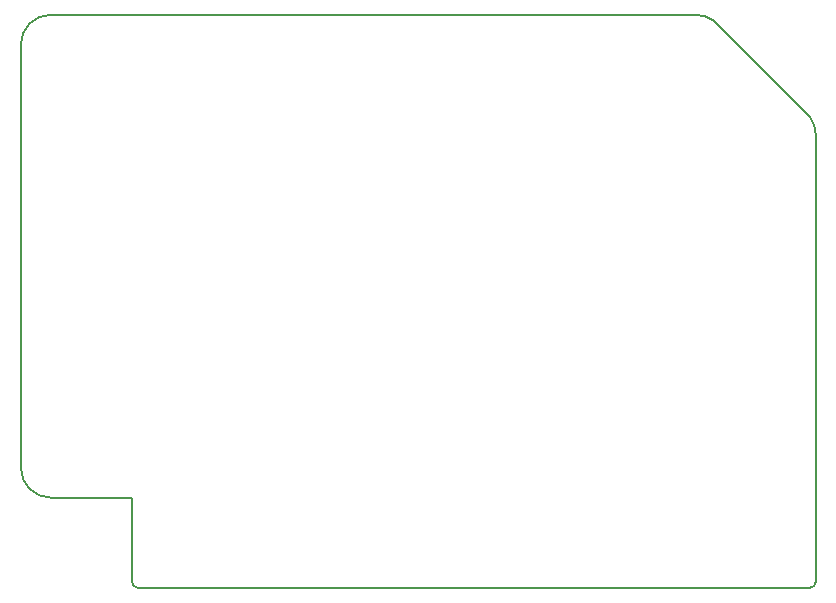
<source format=gm1>
G04 #@! TF.GenerationSoftware,KiCad,Pcbnew,7.0.10*
G04 #@! TF.CreationDate,2024-04-24T05:33:23-04:00*
G04 #@! TF.ProjectId,RAM2GS,52414d32-4753-42e6-9b69-6361645f7063,2.2*
G04 #@! TF.SameCoordinates,Original*
G04 #@! TF.FileFunction,Profile,NP*
%FSLAX46Y46*%
G04 Gerber Fmt 4.6, Leading zero omitted, Abs format (unit mm)*
G04 Created by KiCad (PCBNEW 7.0.10) date 2024-04-24 05:33:23*
%MOMM*%
%LPD*%
G01*
G04 APERTURE LIST*
G04 #@! TA.AperFunction,Profile*
%ADD10C,0.150000*%
G04 #@! TD*
G04 APERTURE END LIST*
D10*
X112776000Y-139700000D02*
X55880000Y-139700000D01*
X55372000Y-139192000D02*
X55372000Y-132080000D01*
X113284000Y-101346000D02*
G75*
G03*
X112776000Y-99822000I-2540000J0D01*
G01*
X45974000Y-129540000D02*
X45974000Y-93726000D01*
X45974000Y-129540000D02*
G75*
G03*
X48514000Y-132080000I2540000J0D01*
G01*
X48514000Y-91186000D02*
G75*
G03*
X45974000Y-93726000I0J-2540000D01*
G01*
X48514000Y-132080000D02*
X55372000Y-132080000D01*
X103124000Y-91186000D02*
X48514000Y-91186000D01*
X112776000Y-139700000D02*
G75*
G03*
X113284000Y-139192000I0J508000D01*
G01*
X113284000Y-139192000D02*
X113284000Y-101346000D01*
X112776000Y-99822000D02*
X104648000Y-91694000D01*
X104648000Y-91694000D02*
G75*
G03*
X103124000Y-91186000I-1524000J-2032000D01*
G01*
X55372000Y-139192000D02*
G75*
G03*
X55880000Y-139700000I508000J0D01*
G01*
M02*

</source>
